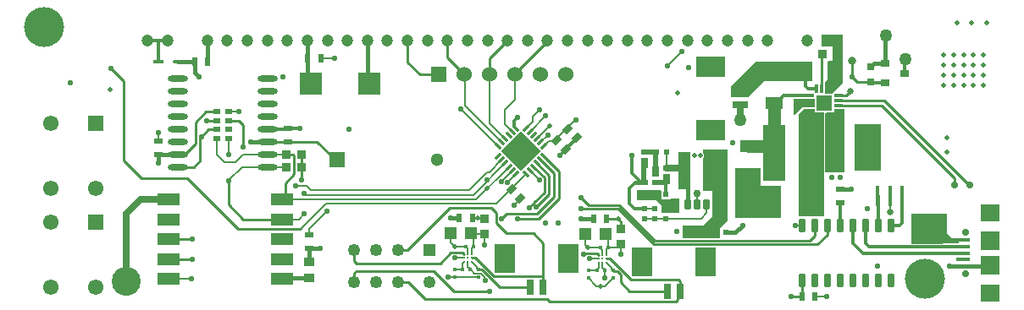
<source format=gbr>
%TF.GenerationSoftware,Altium Limited,Altium Designer,22.2.1 (43)*%
G04 Layer_Physical_Order=4*
G04 Layer_Color=5485115*
%FSLAX26Y26*%
%MOIN*%
%TF.SameCoordinates,49CA406D-FE3E-4379-A0B2-47437619DC98*%
%TF.FilePolarity,Positive*%
%TF.FileFunction,Copper,L4,Bot,Signal*%
%TF.Part,Single*%
G01*
G75*
%TA.AperFunction,SMDPad,CuDef*%
%ADD11R,0.035433X0.023622*%
%ADD17R,0.023622X0.035433*%
%ADD21C,0.031496*%
%ADD23R,0.032000X0.032000*%
%ADD28R,0.017323X0.015748*%
G04:AMPARAMS|DCode=30|XSize=23.622mil|YSize=39.37mil|CornerRadius=2.008mil|HoleSize=0mil|Usage=FLASHONLY|Rotation=0.000|XOffset=0mil|YOffset=0mil|HoleType=Round|Shape=RoundedRectangle|*
%AMROUNDEDRECTD30*
21,1,0.023622,0.035354,0,0,0.0*
21,1,0.019606,0.039370,0,0,0.0*
1,1,0.004016,0.009803,-0.017677*
1,1,0.004016,-0.009803,-0.017677*
1,1,0.004016,-0.009803,0.017677*
1,1,0.004016,0.009803,0.017677*
%
%ADD30ROUNDEDRECTD30*%
%TA.AperFunction,Conductor*%
%ADD38C,0.010000*%
%ADD39C,0.015000*%
%ADD40C,0.008000*%
%ADD41C,0.012000*%
%ADD42C,0.025000*%
%ADD44C,0.020000*%
%TA.AperFunction,ComponentPad*%
%ADD47R,0.047244X0.047244*%
%ADD48C,0.047244*%
%ADD49R,0.064961X0.064961*%
%ADD50C,0.051181*%
%ADD51C,0.114173*%
%ADD52C,0.027559*%
%ADD53R,0.060000X0.060000*%
%ADD54C,0.060000*%
%ADD55C,0.049213*%
%ADD56R,0.049213X0.049213*%
%ADD57C,0.061024*%
%ADD58R,0.061024X0.061024*%
%TA.AperFunction,ViaPad*%
%ADD59C,0.020000*%
%ADD60C,0.157480*%
%ADD61C,0.022000*%
%ADD62C,0.025000*%
%ADD63C,0.050000*%
%ADD64C,0.028000*%
%ADD65C,0.019685*%
%ADD66C,0.030000*%
%TA.AperFunction,SMDPad,CuDef*%
G04:AMPARAMS|DCode=80|XSize=35.433mil|YSize=23.622mil|CornerRadius=0mil|HoleSize=0mil|Usage=FLASHONLY|Rotation=45.000|XOffset=0mil|YOffset=0mil|HoleType=Round|Shape=Rectangle|*
%AMROTATEDRECTD80*
4,1,4,-0.004176,-0.020879,-0.020879,-0.004176,0.004176,0.020879,0.020879,0.004176,-0.004176,-0.020879,0.0*
%
%ADD80ROTATEDRECTD80*%

%ADD81R,0.031496X0.062992*%
%ADD82R,0.082677X0.118110*%
%ADD83R,0.047240X0.051180*%
%ADD84R,0.015748X0.017323*%
%TA.AperFunction,BGAPad,CuDef*%
%ADD85C,0.009000*%
%TA.AperFunction,SMDPad,CuDef*%
%ADD86R,0.032000X0.032000*%
%ADD87R,0.031496X0.019685*%
%ADD88O,0.078740X0.023622*%
%ADD89P,0.155898X4X90.0*%
G04:AMPARAMS|DCode=90|XSize=31.496mil|YSize=11.811mil|CornerRadius=0mil|HoleSize=0mil|Usage=FLASHONLY|Rotation=45.000|XOffset=0mil|YOffset=0mil|HoleType=Round|Shape=Rectangle|*
%AMROTATEDRECTD90*
4,1,4,-0.006960,-0.015311,-0.015311,-0.006960,0.006960,0.015311,0.015311,0.006960,-0.006960,-0.015311,0.0*
%
%ADD90ROTATEDRECTD90*%

G04:AMPARAMS|DCode=91|XSize=31.496mil|YSize=11.811mil|CornerRadius=0mil|HoleSize=0mil|Usage=FLASHONLY|Rotation=135.000|XOffset=0mil|YOffset=0mil|HoleType=Round|Shape=Rectangle|*
%AMROTATEDRECTD91*
4,1,4,0.015311,-0.006960,0.006960,-0.015311,-0.015311,0.006960,-0.006960,0.015311,0.015311,-0.006960,0.0*
%
%ADD91ROTATEDRECTD91*%

%ADD92R,0.039370X0.035433*%
%ADD93R,0.090000X0.090000*%
%ADD94R,0.086614X0.047244*%
%ADD95R,0.118110X0.082677*%
%ADD96R,0.062992X0.031496*%
%ADD97R,0.090551X0.090551*%
%ADD98R,0.033465X0.011811*%
%ADD99R,0.011811X0.033465*%
%ADD100R,0.062992X0.062992*%
%ADD101R,0.070000X0.050000*%
%ADD102R,0.050000X0.070000*%
%ADD103R,0.050000X0.100000*%
%ADD104R,0.086614X0.222441*%
%ADD105R,0.015748X0.078740*%
G04:AMPARAMS|DCode=106|XSize=51.575mil|YSize=24.409mil|CornerRadius=3.051mil|HoleSize=0mil|Usage=FLASHONLY|Rotation=270.000|XOffset=0mil|YOffset=0mil|HoleType=Round|Shape=RoundedRectangle|*
%AMROUNDEDRECTD106*
21,1,0.051575,0.018307,0,0,270.0*
21,1,0.045472,0.024409,0,0,270.0*
1,1,0.006102,-0.009153,-0.022736*
1,1,0.006102,-0.009153,0.022736*
1,1,0.006102,0.009153,0.022736*
1,1,0.006102,0.009153,-0.022736*
%
%ADD106ROUNDEDRECTD106*%
%ADD107R,0.074803X0.074803*%
%TA.AperFunction,ConnectorPad*%
%ADD108R,0.074803X0.070866*%
%ADD109R,0.053150X0.015748*%
%TA.AperFunction,SMDPad,CuDef*%
%ADD110R,0.031496X0.031496*%
%ADD111R,0.035433X0.031496*%
%ADD112R,0.039592X0.015452*%
G04:AMPARAMS|DCode=113|XSize=39.592mil|YSize=15.452mil|CornerRadius=7.726mil|HoleSize=0mil|Usage=FLASHONLY|Rotation=0.000|XOffset=0mil|YOffset=0mil|HoleType=Round|Shape=RoundedRectangle|*
%AMROUNDEDRECTD113*
21,1,0.039592,0.000000,0,0,0.0*
21,1,0.024140,0.015452,0,0,0.0*
1,1,0.015452,0.012070,0.000000*
1,1,0.015452,-0.012070,0.000000*
1,1,0.015452,-0.012070,0.000000*
1,1,0.015452,0.012070,0.000000*
%
%ADD113ROUNDEDRECTD113*%
%ADD114R,0.031496X0.024016*%
%ADD115R,0.031496X0.039764*%
%ADD116R,0.023622X0.023622*%
%ADD117R,0.047244X0.149606*%
%ADD118R,0.023622X0.023622*%
%TA.AperFunction,Conductor*%
%ADD119C,0.006000*%
%ADD120C,0.050000*%
G36*
X3280000Y1073715D02*
X3280000Y880000D01*
X3244705Y844705D01*
X3240190Y843536D01*
Y843536D01*
X3235268Y840000D01*
X3210000Y840000D01*
X3210000Y885000D01*
X3220000Y895000D01*
X3220000Y965000D01*
X3225000Y970000D01*
X3240000Y970000D01*
X3240000Y1073715D01*
X3280000Y1073715D01*
D02*
G37*
G36*
X3160000Y890000D02*
X2970000D01*
X2905000Y825000D01*
X2840000D01*
Y870000D01*
X2935000Y965000D01*
X3160000D01*
Y890000D01*
D02*
G37*
G36*
X3285000Y530000D02*
X3210000D01*
X3210000Y759620D01*
X3214986Y764606D01*
X3240163D01*
X3240380Y764606D01*
X3240382Y764606D01*
X3244315Y764606D01*
X3245000Y765000D01*
X3245000Y765527D01*
X3245000Y765527D01*
X3245000Y769323D01*
X3245000Y780000D01*
X3285000D01*
X3285000Y530000D01*
D02*
G37*
G36*
X3127984Y819725D02*
X3169323D01*
Y784481D01*
X3127984D01*
Y784330D01*
X3125000D01*
X3124492Y784119D01*
X3119119D01*
X3089619Y754619D01*
X3085000Y756533D01*
Y820000D01*
X3127984D01*
Y819725D01*
D02*
G37*
G36*
X3430000Y535000D02*
X3325000D01*
Y720000D01*
X3430000D01*
Y535000D01*
D02*
G37*
G36*
X2561465Y460000D02*
X2565000Y456464D01*
X2565000Y435000D01*
X2566598Y433402D01*
Y423843D01*
X2602220D01*
Y423842D01*
X2603377Y425000D01*
X2635000Y425000D01*
X2635000Y370000D01*
X2568536Y370000D01*
X2565000Y373536D01*
X2565000Y400000D01*
X2545000Y420000D01*
X2470000Y420000D01*
Y460000D01*
X2561465Y460000D01*
D02*
G37*
G36*
X3169323Y764606D02*
X3204756D01*
Y723268D01*
X3205000D01*
X3205000Y355000D01*
X3105000Y355000D01*
X3105000Y760000D01*
X3125000Y780000D01*
D01*
X3169323D01*
Y764606D01*
D02*
G37*
G36*
X2955000Y475000D02*
X3035000D01*
Y350000D01*
X2855000D01*
Y545000D01*
X2955000D01*
Y475000D01*
D02*
G37*
G36*
X2825000Y455000D02*
Y340000D01*
X2795000Y310000D01*
Y270000D01*
X2650000D01*
Y320000D01*
X2730000D01*
X2765000Y355000D01*
Y455000D01*
X2730000D01*
Y585201D01*
X2731869Y587070D01*
X2734000Y592215D01*
Y597785D01*
X2731869Y602930D01*
X2730000Y604799D01*
Y620000D01*
X2825000D01*
Y455000D01*
D02*
G37*
G36*
X3690000Y365000D02*
X3690000Y290000D01*
X3710000Y270000D01*
X3735000Y270000D01*
X3735000Y253536D01*
X3731465Y250000D01*
X3675000Y250000D01*
X3670787Y245786D01*
X3550000Y245786D01*
X3550000Y365000D01*
X3690000Y365000D01*
D02*
G37*
D11*
X585004Y599410D02*
D03*
X585005Y650591D02*
D03*
X1095005Y649409D02*
D03*
Y700591D02*
D03*
X1180005Y229409D02*
D03*
X1180005Y280591D02*
D03*
X3270004Y460591D02*
D03*
X3270005Y409409D02*
D03*
X2494922Y436472D02*
D03*
X2494921Y487653D02*
D03*
D17*
X1174409Y979995D02*
D03*
X1225591D02*
D03*
X780591Y964995D02*
D03*
X729409D02*
D03*
X1822529Y348686D02*
D03*
X1771348Y348685D02*
D03*
X2349380Y345078D02*
D03*
X2298199Y345078D02*
D03*
X3170590Y39995D02*
D03*
X3119410Y39996D02*
D03*
D21*
X3315000Y970000D02*
D03*
D23*
X1871265Y284107D02*
D03*
X1871265Y344107D02*
D03*
X2406470Y245500D02*
D03*
X2406469Y305500D02*
D03*
D28*
X1751457Y114235D02*
D03*
X1751457Y144155D02*
D03*
X1845514Y114481D02*
D03*
X1845514Y144402D02*
D03*
X2375557Y110874D02*
D03*
X2375555Y140795D02*
D03*
X2279429Y110873D02*
D03*
X2279430Y140794D02*
D03*
D30*
X2668307Y402315D02*
D03*
X2705709Y402315D02*
D03*
X2743111Y402315D02*
D03*
X2743110Y294047D02*
D03*
X2668307Y294047D02*
D03*
D38*
X755000Y670000D02*
X782283Y697283D01*
X750000Y665000D02*
X755000Y670000D01*
X777716Y732716D02*
X816376Y732716D01*
X1365000Y140000D02*
X1670000D01*
X1750000Y60000D02*
X1890000D01*
X1670000Y140000D02*
X1750000Y60000D01*
X1845325Y145000D02*
X1860000D01*
X1844726Y144401D02*
X1845325Y145000D01*
X1905000Y120000D02*
X2094142D01*
X1833795Y191205D02*
X1905000Y120000D01*
X1860000Y145000D02*
X1929803Y75197D01*
X2050393D01*
X1820111Y191205D02*
X1833795D01*
X2260000Y205000D02*
X2263247D01*
X2314569Y207598D02*
X2318821Y203347D01*
X2265845Y207598D02*
X2314569D01*
X2263247Y205000D02*
X2265845Y207598D01*
X1736205Y211205D02*
X1784364D01*
X1788616Y206953D01*
X1695000Y170000D02*
X1736205Y211205D01*
X1866686Y348686D02*
X1871265Y344107D01*
X1822529Y348686D02*
X1866686D01*
X2406469Y305500D02*
Y333531D01*
X2394922Y345078D02*
X2406469Y333531D01*
X2349380Y345078D02*
X2394922D01*
X3180000Y245000D02*
X3218338Y283338D01*
X2395000Y385000D02*
X2535000Y245000D01*
X3149000Y259000D02*
X3170000Y280000D01*
X2535000Y245000D02*
X3180000D01*
X2540799Y259000D02*
X3149000D01*
X2399799Y400000D02*
X2540799Y259000D01*
X3218338Y283338D02*
Y316606D01*
X3219999Y318267D01*
X1150000Y550000D02*
Y600000D01*
Y550000D02*
X1150000Y500000D01*
X3315000Y905000D02*
Y970000D01*
X3075004Y39996D02*
X3119410D01*
X3119705Y40291D02*
Y101436D01*
X3119410Y39996D02*
X3119705Y40291D01*
Y101436D02*
X3120000Y101732D01*
X3291630Y831630D02*
X3310000Y850000D01*
X3262922Y831630D02*
X3291630D01*
X2094142Y120000D02*
X2099606Y114536D01*
Y250394D01*
Y75197D02*
Y114536D01*
X2062500Y287500D02*
X2099606Y250394D01*
X1957500Y287500D02*
X2062500D01*
X1915000Y330000D02*
X1957500Y287500D01*
X1915000Y330000D02*
Y370000D01*
X1895000Y390000D02*
X1915000Y370000D01*
X1734016Y390000D02*
X1895000D01*
X1567008Y222992D02*
X1734016Y390000D01*
X1528622Y222992D02*
X1567008D01*
X2628858Y49448D02*
X2639606Y60197D01*
X2628858Y23858D02*
Y49448D01*
X2624701Y19701D02*
X2628858Y23858D01*
X2127585Y19701D02*
X2624701D01*
X1635000Y30000D02*
X2117285D01*
X2127585Y19701D01*
X1568228Y96772D02*
X1635000Y30000D01*
X1528622Y97008D02*
X1528858Y96772D01*
X1568228D01*
X1355394Y97008D02*
X1355756Y97370D01*
Y130756D01*
X1365000Y140000D01*
Y170000D02*
X1695000D01*
X1355393Y179607D02*
X1365000Y170000D01*
X1355393Y179607D02*
Y222992D01*
X625590Y186259D02*
X718741D01*
X625591Y265000D02*
X720000D01*
X625591Y265001D02*
X625591Y265000D01*
X2350316Y187599D02*
X2362401D01*
X2445000Y105000D01*
X2585000D01*
X2585394Y105394D01*
X2633749D02*
X2639606Y99536D01*
X2585394Y105394D02*
X2633749D01*
X2639606Y60197D02*
Y99536D01*
X2374769Y140795D02*
X2377643Y137921D01*
X2392079D01*
X2405000Y125000D01*
Y95000D02*
Y125000D01*
Y95000D02*
X2439803Y60197D01*
X2590394D01*
X3315000Y905000D02*
X3334958Y885042D01*
X3390000D01*
X2250000Y430000D02*
X2280000Y400000D01*
X2045000Y390445D02*
X2065635Y411080D01*
X2073920Y391080D02*
X2124685Y441846D01*
X2066080Y411080D02*
X2105000Y450000D01*
X2065635Y411080D02*
X2066080D01*
X2250000Y385000D02*
X2395000D01*
X2280000Y400000D02*
X2399799D01*
X3170000Y280000D02*
Y318268D01*
X450000Y575000D02*
X520000Y505000D01*
X450000Y575000D02*
Y890000D01*
X400000Y940000D02*
X450000Y890000D01*
X520000Y505000D02*
X700000D01*
X900000Y305000D01*
X1145000D01*
X921260Y343740D02*
X1074409D01*
X863358Y401642D02*
X921260Y343740D01*
X863358Y401642D02*
Y496642D01*
X1085000Y486693D02*
X1120000Y521693D01*
X1085000Y433072D02*
Y486693D01*
X1074409Y422481D02*
X1085000Y433072D01*
X1566456Y963544D02*
Y1050000D01*
Y963544D02*
X1615000Y915000D01*
X1690000D01*
X1990000Y918681D02*
X2117637Y1046319D01*
Y1050000D01*
X1990000Y915000D02*
Y918681D01*
X1890000Y914999D02*
Y979843D01*
X1960157Y1050000D01*
X1723936Y981065D02*
X1790000Y915000D01*
X1723936Y981065D02*
Y1049999D01*
X920000Y715433D02*
X920000Y630000D01*
X2093920Y382796D02*
Y383242D01*
X2081758Y371080D02*
X2082204D01*
X2093920Y382796D01*
X2083517Y345000D02*
X2164055Y425538D01*
X2093920Y383242D02*
X2144370Y433692D01*
X2076758Y366081D02*
X2081758Y371080D01*
X1935000Y345000D02*
X1956081Y366081D01*
X2076758D01*
X2000000Y345000D02*
X2083517D01*
X2124685Y441846D02*
Y515950D01*
X2164055Y425538D02*
Y532258D01*
X2104262Y592050D02*
X2164055Y532258D01*
X2144370Y433692D02*
Y524104D01*
X2090343Y578131D02*
X2144370Y524104D01*
X2076424Y564212D02*
X2124685Y515950D01*
X2105000Y450000D02*
Y507796D01*
X2062504Y550292D02*
X2105000Y507796D01*
X1017165Y650001D02*
X1017462Y649705D01*
X662835Y600000D02*
X690394D01*
X662835D02*
X662835D01*
X731500Y726500D02*
X773149Y768149D01*
X816379D01*
X690394Y600000D02*
X731500Y641106D01*
Y726500D01*
X1120000Y521693D02*
Y595000D01*
X1115000Y600000D02*
X1120000Y595000D01*
X1090000Y600000D02*
X1115000D01*
X1210591Y649409D02*
X1265000Y595000D01*
X1095005Y649409D02*
X1210591D01*
X1017462Y649705D02*
X1094709Y649705D01*
X1095005Y649409D01*
X725000Y550000D02*
X750000Y575000D01*
X662835Y550000D02*
X725000Y550000D01*
X750000Y665000D02*
X750000Y575000D01*
X902717Y732716D02*
X920000Y715433D01*
X863622Y732716D02*
X902717Y732716D01*
X782283Y697283D02*
X816378Y697283D01*
X3775000Y480000D02*
X3780000D01*
X3720000D02*
Y505000D01*
X3432740Y792260D02*
X3720000Y505000D01*
X3262922Y792260D02*
X3432740D01*
X3262922Y811945D02*
X3443055D01*
X3775000Y480000D01*
X3197882Y994357D02*
X3197883Y859111D01*
X3196977Y858205D02*
X3197883Y859111D01*
D39*
X1736314Y348685D02*
X1771348D01*
X2298160Y345039D02*
X2298199Y345078D01*
X2250039Y345039D02*
X2298160D01*
X2250000Y345000D02*
X2250039Y345039D01*
X2855827Y290827D02*
X2885000Y320000D01*
X2819000Y290827D02*
X2855827D01*
X3270004Y460591D02*
X3314409D01*
X3856064Y158819D02*
X3860001Y162756D01*
X3754685Y158819D02*
X3856064D01*
X1172756Y912247D02*
Y1050000D01*
X3447815Y959587D02*
Y1067815D01*
X3450000Y1070000D01*
X3445630Y957402D02*
X3447815Y959587D01*
X3390000Y945042D02*
X3402360Y957402D01*
X3445630D01*
X3701181Y158819D02*
X3754685D01*
X779822Y965764D02*
Y1049231D01*
X729409Y920591D02*
X745000Y905000D01*
X729409Y920591D02*
Y964995D01*
X664384Y964998D02*
X729407D01*
X664381Y965000D02*
X664384Y964998D01*
X729407D02*
X729409Y964995D01*
X1017165Y650001D02*
X1017166Y650001D01*
X1017165Y650000D02*
X1017165Y650001D01*
X950000Y650000D02*
X950000Y650000D01*
X1017165D01*
X585300Y599705D02*
X662540Y599705D01*
X585004Y599410D02*
X585005Y565005D01*
X585004Y599410D02*
X585300Y599705D01*
X662540Y599705D02*
X662835Y600000D01*
X1180005Y229409D02*
X1224409D01*
X1180003Y176499D02*
Y229407D01*
X1180000Y176496D02*
X1180003Y176499D01*
Y229407D02*
X1180005Y229409D01*
X1080394Y113504D02*
X1180000D01*
X1074409Y107519D02*
X1080394Y113504D01*
X1172756Y912247D02*
X1180001Y905002D01*
X1408976Y906025D02*
X1410000Y905000D01*
X1408976Y906025D02*
Y1050000D01*
X2463964Y488964D02*
X2493611Y488964D01*
X2494921Y487654D02*
X2497182Y489914D01*
Y562736D02*
X2499443Y564996D01*
X2541748Y581747D02*
X2542146Y582146D01*
X2546238Y608128D02*
X2546457Y608346D01*
X2542146Y604035D02*
X2546238Y608128D01*
X2499443Y607910D02*
X2499661Y608128D01*
X2654881Y536258D02*
X2668308Y522832D01*
X2668308Y402315D01*
X2645510Y545630D02*
X2654881Y536258D01*
D40*
X2374769Y110874D02*
X2375557D01*
X2343896Y80000D02*
X2374769Y110874D01*
X2311090Y80000D02*
X2343896D01*
X2279429Y110873D02*
X2280217D01*
X2311090Y80000D01*
X1125000Y475000D02*
X1170000D01*
X1185000Y460000D01*
X1810000D01*
X1879912Y529912D01*
X1889010D01*
X1937229Y578131D01*
X1725765Y114235D02*
X1751457D01*
X1845391Y114358D02*
X1845514Y114481D01*
X1751457Y114235D02*
X1751580Y114358D01*
X1845391D01*
X1813675Y146945D02*
X1815000Y145619D01*
X1871265Y241265D02*
Y284107D01*
X2355572Y233338D02*
Y275608D01*
X2346621Y284560D02*
X2355572Y275608D01*
X2405000Y205000D02*
Y244029D01*
X2406470Y245500D01*
X2341992Y113008D02*
Y143759D01*
X2228026Y735000D02*
X2230000D01*
X2153944Y660918D02*
X2228026Y735000D01*
X2282401Y187598D02*
X2318821Y187599D01*
X1752394Y191205D02*
X1788616Y191205D01*
X2590000Y950000D02*
X2645000Y1005000D01*
X2048585Y536373D02*
X2048585D01*
X2084979Y499979D01*
X1180005Y305005D02*
X1250000Y375000D01*
X1180005Y280591D02*
Y305005D01*
X1917212Y405000D02*
X2034665Y522453D01*
X1074409Y343740D02*
X1138740D01*
X1160000Y365000D01*
X1145000Y305000D02*
X1245000Y405000D01*
X625591Y107519D02*
X717519D01*
X1225591Y979995D02*
X1279995D01*
X1826937Y440000D02*
X1951149Y564212D01*
X1165000Y440000D02*
X1826937D01*
X1992907Y521989D02*
Y522453D01*
X1960834Y489451D02*
Y489916D01*
X1935000Y492385D02*
X1978987Y536373D01*
X1960834Y489916D02*
X1992907Y521989D01*
X1074409Y422481D02*
X1837257D01*
X1965068Y550292D01*
X779054Y1049999D02*
X779822Y1049231D01*
Y965764D02*
X780591Y964995D01*
X1827014Y236945D02*
X1827014Y277568D01*
X1804363Y157043D02*
X1804363Y175457D01*
X1827014Y236945D02*
X1827014Y236158D01*
X1797093Y236157D02*
X1804364Y228886D01*
X1782359Y145550D02*
X1783754Y146946D01*
X1840852Y148276D02*
X1844726Y144401D01*
X1813675Y147733D02*
X1813675Y146946D01*
X1783754Y170324D02*
X1788616Y175186D01*
X1788616Y175457D01*
X1783754Y146946D02*
X1783754Y170324D01*
X1804363Y157043D02*
X1813675Y147733D01*
X1804363Y206953D02*
X1804364Y228886D01*
X1797093Y236157D02*
X1797093Y236944D01*
X1840852Y148276D02*
X1840853Y154716D01*
X1820476Y284107D02*
X1827014Y277568D01*
X1820476Y284107D02*
X1871265Y284107D01*
X1816415Y288167D02*
X1820476Y284107D01*
X1820112Y175458D02*
X1840853Y154716D01*
X1736415Y251987D02*
Y288167D01*
Y251987D02*
X1751457Y236944D01*
X1797093Y236944D01*
X1751456Y144155D02*
X1752851Y145551D01*
X1782359Y145550D01*
X1820111Y229256D02*
X1820112Y206953D01*
X1820111Y229256D02*
X1827014Y236158D01*
X2266620Y284560D02*
X2266620Y243380D01*
X2276661Y233339D01*
X2325651D01*
X2355572Y233338D02*
X2394308Y233338D01*
X2406470Y245500D01*
X2350316Y227295D02*
X2355573Y232552D01*
X2350316Y227295D02*
X2350317Y203347D01*
X2355572Y233338D02*
X2355573Y232552D01*
X2325652Y232551D02*
X2334569Y223635D01*
X2334569Y203347D01*
X2325651Y233339D02*
X2325652Y232551D01*
X2370894Y151273D02*
X2370895Y144669D01*
X2350317Y171850D02*
X2370894Y151273D01*
X2370895Y144669D02*
X2374769Y140795D01*
X2310587Y142277D02*
X2312070Y143760D01*
X2280913Y142276D02*
X2310587Y142277D01*
X2279430Y140793D02*
X2280913Y142276D01*
X2312070Y143760D02*
Y144548D01*
X2318821Y171850D02*
X2318821Y151297D01*
X2312070Y144548D02*
X2318821Y151297D01*
X2334568Y151971D02*
X2341992Y144547D01*
X2341992Y143759D01*
X2334568Y151971D02*
X2334569Y171851D01*
X1777119Y780000D02*
X1923310Y633809D01*
X1775000Y780000D02*
X1777119D01*
X1790000Y915000D02*
X1794000Y911000D01*
Y790957D02*
X1937229Y647728D01*
X1794000Y790957D02*
Y911000D01*
X1985000Y400023D02*
X2011020Y426043D01*
X1245000Y405000D02*
X1917212D01*
X2034665Y522453D02*
X2034665D01*
X1160000Y445000D02*
X1165000Y440000D01*
X2048584Y689486D02*
X2110000Y750902D01*
X1890000Y722796D02*
Y914999D01*
Y722796D02*
X1951149Y661648D01*
X1990000Y815000D02*
Y915000D01*
X1950000Y775000D02*
X1990000Y815000D01*
X1950000Y718474D02*
Y775000D01*
Y718474D02*
X1978987Y689486D01*
X2034665Y703406D02*
X2060000Y728741D01*
Y750000D01*
X2085000Y775000D01*
X863621Y768149D02*
X901851D01*
X890000Y570000D02*
X920000Y600000D01*
X1017165Y600000D01*
X3091732Y318268D02*
X3120000D01*
X585000Y650595D02*
Y685000D01*
Y650595D02*
X585005Y650591D01*
X863358Y498359D02*
X915000Y550000D01*
X863358Y496642D02*
Y498359D01*
X845000Y570000D02*
X890000D01*
X816378Y598622D02*
X845000Y570000D01*
X863622Y661850D02*
X863622Y598622D01*
X816378Y598622D02*
Y661850D01*
X2076535Y661648D02*
X2126812Y711924D01*
X2126924Y711924D01*
X2076423Y661648D02*
X2076535Y661648D01*
X2146211Y653430D02*
X2146211Y653847D01*
X2104262Y633809D02*
X2123883Y653430D01*
X2090343Y647728D02*
X2119183Y676568D01*
X2123883Y653430D02*
X2146211Y653430D01*
X1090000Y600000D02*
X1090000Y600000D01*
X915000Y550000D02*
X1017166Y550000D01*
X1017165Y600000D02*
X1090000Y600000D01*
X1017166Y550000D02*
X1090000Y550000D01*
X1090001Y550000D01*
X3170590Y39995D02*
X3214995D01*
X3465000Y373055D02*
Y435001D01*
X542834Y1050001D02*
X542834Y1050000D01*
X621573D02*
X621574Y1050000D01*
X2585812Y545630D02*
X2585827Y545645D01*
X2585826Y608347D02*
X2585827Y545645D01*
X2585811Y502716D02*
X2585811Y501118D01*
X2584409Y499717D02*
X2585811Y501118D01*
X2574062Y489370D02*
X2584409Y499717D01*
X2499111Y346889D02*
X2721890Y346889D01*
X2743111Y368111D01*
X2743111Y402316D01*
X2705709Y444291D02*
X2705709Y402315D01*
X2540452Y386240D02*
X2540471Y386221D01*
X2499130Y386240D02*
X2540452Y386240D01*
X2499111Y386260D02*
X2499130Y386240D01*
D41*
X1095005Y700591D02*
X1144409D01*
X1094710Y700295D02*
X1095005Y700591D01*
X1017165Y700000D02*
X1017460Y700295D01*
X1094710D01*
X1986081Y731081D02*
X2000000Y745000D01*
X1986081Y710232D02*
X1992907Y703406D01*
X1986081Y710232D02*
Y731081D01*
X2165000Y595880D02*
X2189557Y620437D01*
Y620437D01*
X2233092Y663972D01*
Y663972D01*
X2487705Y488964D02*
X2493611D01*
X2450000Y526669D02*
X2487705Y488964D01*
X2450000Y526669D02*
Y595000D01*
X585000Y965000D02*
Y1047204D01*
X3047709Y831630D02*
X3150717D01*
X3018579Y802500D02*
X3047709Y831630D01*
X3008579Y802500D02*
X3011229Y802500D01*
X3018579D01*
X3132500Y926421D02*
X3132500Y867500D01*
X3141795Y858205D02*
X3177292Y858205D01*
X3132500Y867500D02*
X3141795Y858205D01*
X3503268Y318267D02*
X3512244Y327244D01*
X3512244Y435000D02*
X3512244Y327244D01*
X3418878Y433878D02*
X3418878Y319390D01*
X3470001Y318267D02*
X3503268D01*
X3417755Y435000D02*
X3418878Y433878D01*
X3270000Y318267D02*
X3270003Y318270D01*
X3320000Y250000D02*
X3360000Y210000D01*
X3320000Y250000D02*
X3320000Y318268D01*
X3270003Y409407D02*
X3270005Y409409D01*
X3270003Y409407D02*
X3270003Y318270D01*
X3418878Y319390D02*
X3420000Y318268D01*
X3370000Y250000D02*
X3370000Y318267D01*
X3370000Y250000D02*
X3384409Y235590D01*
X3754685Y235590D01*
X3360000Y210000D02*
X3745000Y210000D01*
X3524370Y920000D02*
X3524685Y920315D01*
Y974685D02*
X3525000Y975000D01*
X3524685Y920315D02*
Y974685D01*
X3444408Y883820D02*
X3445630Y882598D01*
X3390000Y885042D02*
X3391222Y883820D01*
X3444408D01*
X542834Y1050000D02*
X621573D01*
X2458740Y386260D02*
X2499111Y386260D01*
X2440000Y464999D02*
X2440000Y405000D01*
X2458740Y386260D01*
X2440000Y464999D02*
X2463964Y488964D01*
X2494921Y487654D02*
X2494921Y487654D01*
X2493611Y488964D02*
X2494921Y487654D01*
X1013964Y1048689D02*
X1015275Y1050000D01*
X2584409Y441654D02*
Y499717D01*
D42*
X460000Y100000D02*
Y365000D01*
X517481Y422481D01*
X625591D01*
X2874803Y735197D02*
Y795393D01*
X2585812Y545630D02*
X2645510Y545630D01*
D44*
X2544646Y585063D02*
Y606535D01*
X2541747Y582164D02*
X2544646Y585063D01*
Y606535D02*
X2546457Y608346D01*
X2541747Y532283D02*
Y582164D01*
X2497182Y489914D02*
Y562736D01*
X2541748Y489370D02*
X2574062D01*
X2499661Y608128D02*
X2546238Y608128D01*
D47*
X3220000Y1050000D02*
D03*
D48*
X3141260Y1050000D02*
D03*
X2983779Y1050000D02*
D03*
X2905040D02*
D03*
X2826299Y1050000D02*
D03*
X2747559Y1050000D02*
D03*
X2668819Y1050000D02*
D03*
X2590078Y1050001D02*
D03*
X2511338Y1050000D02*
D03*
X2432599Y1050000D02*
D03*
X2353858Y1050000D02*
D03*
X2275118Y1050000D02*
D03*
X2196377D02*
D03*
X2117637D02*
D03*
X2038898Y1050001D02*
D03*
X1960157Y1050000D02*
D03*
X1881417Y1050001D02*
D03*
X1802677Y1050000D02*
D03*
X1723936Y1049999D02*
D03*
X1645196D02*
D03*
X1566456Y1050000D02*
D03*
X1487716Y1050000D02*
D03*
X1408976Y1050000D02*
D03*
X1330235Y1050000D02*
D03*
X1251495Y1050000D02*
D03*
X1172756Y1050000D02*
D03*
X1094015Y1050001D02*
D03*
X1015275Y1050000D02*
D03*
X936534D02*
D03*
X857795Y1050000D02*
D03*
X779054Y1049999D02*
D03*
X621574Y1050000D02*
D03*
X542834Y1050001D02*
D03*
D49*
X1288150Y580000D02*
D03*
D50*
X1681851Y579999D02*
D03*
D51*
X460000Y100000D02*
D03*
D52*
X3763544Y291693D02*
D03*
X3763543Y128307D02*
D03*
D53*
X1690000Y915000D02*
D03*
D54*
X1790000D02*
D03*
X1890000Y914999D02*
D03*
X1990000Y915000D02*
D03*
X2090000Y915000D02*
D03*
X2190000Y915000D02*
D03*
D55*
X1355394Y97008D02*
D03*
X1442008Y97008D02*
D03*
X1528622Y97008D02*
D03*
X1355393Y222992D02*
D03*
X1442008D02*
D03*
X1528622Y222992D02*
D03*
X1654606Y97008D02*
D03*
D56*
X1654607Y222992D02*
D03*
D57*
X161417Y467047D02*
D03*
Y722953D02*
D03*
X338583Y467047D02*
D03*
X161417Y77047D02*
D03*
Y332953D02*
D03*
X338583Y77047D02*
D03*
D58*
Y722953D02*
D03*
Y332953D02*
D03*
D59*
X3210000Y800000D02*
D03*
X3120000D02*
D03*
X2327493Y80000D02*
D03*
X2013786Y612929D02*
D03*
X394882Y854882D02*
D03*
X1751457Y236944D02*
D03*
X2276661Y233339D02*
D03*
X2720000Y595000D02*
D03*
X2695000D02*
D03*
X3690000Y610000D02*
D03*
Y665000D02*
D03*
X3415000Y570000D02*
D03*
X3385000D02*
D03*
X3350000D02*
D03*
X3270000D02*
D03*
X3230000D02*
D03*
X1844608Y348686D02*
D03*
X2394922Y345078D02*
D03*
X3845000Y1120000D02*
D03*
X3785000D02*
D03*
X3730000D02*
D03*
X2628330Y843268D02*
D03*
X2805000Y585000D02*
D03*
X1880000Y465000D02*
D03*
X2126924Y711924D02*
D03*
X2805000Y495000D02*
D03*
Y535000D02*
D03*
X2885000Y390000D02*
D03*
Y440000D02*
D03*
X3260000Y1035000D02*
D03*
X3260000Y970000D02*
D03*
X3645000Y315000D02*
D03*
X3580000Y315000D02*
D03*
X3645000Y275000D02*
D03*
X3580000D02*
D03*
X2615000Y390000D02*
D03*
X2520000Y440000D02*
D03*
X2580000Y410000D02*
D03*
D60*
X137795Y1102362D02*
D03*
X3602362Y110236D02*
D03*
D61*
X1144409Y700591D02*
D03*
X755000Y670000D02*
D03*
X777716Y732716D02*
D03*
X1125000Y475000D02*
D03*
X2000000Y745000D02*
D03*
X2165000Y595880D02*
D03*
X3375001Y385001D02*
D03*
X1736314Y348685D02*
D03*
X1725765Y114235D02*
D03*
X1873358Y103358D02*
D03*
X1871265Y241265D02*
D03*
X2405000Y205000D02*
D03*
X2341992Y113008D02*
D03*
X2250000Y345000D02*
D03*
X2885000Y320000D02*
D03*
X2230000Y735000D02*
D03*
X2845000Y645000D02*
D03*
X3270000Y510000D02*
D03*
X3236246Y508754D02*
D03*
X3314409Y460591D02*
D03*
X2160457Y329543D02*
D03*
X2111245Y328755D02*
D03*
X2282401Y187598D02*
D03*
X2260000Y205000D02*
D03*
X1890000Y60000D02*
D03*
X1752394Y191205D02*
D03*
X2625000Y295000D02*
D03*
X3415000Y160000D02*
D03*
X2645000Y1005000D02*
D03*
X2590000Y950000D02*
D03*
X2084756Y499756D02*
D03*
X2671753Y943247D02*
D03*
X3701181Y158819D02*
D03*
X3075004Y39996D02*
D03*
X1250000Y375000D02*
D03*
X1160000Y365000D02*
D03*
X717519Y107519D02*
D03*
X718741Y186259D02*
D03*
X720000Y265000D02*
D03*
X2450000Y595000D02*
D03*
X1075591Y904409D02*
D03*
X1279995Y979995D02*
D03*
X3315000Y905000D02*
D03*
X1880000Y500000D02*
D03*
X1935000Y492385D02*
D03*
X1960834Y489451D02*
D03*
X2250000Y430000D02*
D03*
X2045000Y390445D02*
D03*
X2073920Y391080D02*
D03*
X2933247Y943247D02*
D03*
X745000Y905000D02*
D03*
X1775000Y780000D02*
D03*
X400000Y940000D02*
D03*
X1985000Y400023D02*
D03*
X1160000Y445000D02*
D03*
X2110000Y750902D02*
D03*
X2085000Y775000D02*
D03*
X901851Y768149D02*
D03*
X238504Y883504D02*
D03*
X920000Y630000D02*
D03*
X3091732Y318268D02*
D03*
X2250000Y385000D02*
D03*
X1935000Y345000D02*
D03*
X2000000D02*
D03*
X950000Y650000D02*
D03*
X585000Y685000D02*
D03*
X863622Y598622D02*
D03*
X1335000Y700000D02*
D03*
X1224409Y229409D02*
D03*
X585005Y565005D02*
D03*
X1150000Y500000D02*
D03*
X863358Y496642D02*
D03*
X3214995Y39995D02*
D03*
X2119183Y676568D02*
D03*
D62*
X3310000Y850000D02*
D03*
X3465000Y373055D02*
D03*
D63*
X2874803Y735197D02*
D03*
X3450000Y1070000D02*
D03*
X3525000Y975000D02*
D03*
D64*
X3780000Y480000D02*
D03*
X3720000D02*
D03*
D65*
X3755000Y873485D02*
D03*
X3794370Y873485D02*
D03*
X3833740Y873484D02*
D03*
X3676260Y873485D02*
D03*
X3715629Y873484D02*
D03*
X3755000Y991594D02*
D03*
X3833740Y991594D02*
D03*
X3715630Y991593D02*
D03*
X3676259Y991595D02*
D03*
X3794370Y991595D02*
D03*
X3715631Y912855D02*
D03*
X3676259Y912854D02*
D03*
X3833740Y912854D02*
D03*
X3794370D02*
D03*
X3755001Y912854D02*
D03*
X3794370Y952225D02*
D03*
X3676260Y952225D02*
D03*
X3715630Y952224D02*
D03*
X3833740Y952225D02*
D03*
X3755001Y952224D02*
D03*
D66*
X2705709Y444291D02*
D03*
D80*
X2196901Y700163D02*
D03*
X2233092Y663972D02*
D03*
X1974830Y462234D02*
D03*
X2011020Y426043D02*
D03*
X2153365Y656627D02*
D03*
X2189557Y620437D02*
D03*
D81*
X2590394Y60197D02*
D03*
X2639606Y60197D02*
D03*
X2050393Y75197D02*
D03*
X2099606Y75197D02*
D03*
D82*
X2490000Y174370D02*
D03*
X2740000Y174370D02*
D03*
X1949999Y189370D02*
D03*
X2200000Y189370D02*
D03*
D83*
X1736415Y288167D02*
D03*
X1816415Y288166D02*
D03*
X2266620Y284560D02*
D03*
X2346621Y284560D02*
D03*
D84*
X1783754Y146946D02*
D03*
X1813675Y146945D02*
D03*
X1797093Y236944D02*
D03*
X1827014Y236945D02*
D03*
X2325650Y233339D02*
D03*
X2355572Y233338D02*
D03*
X2312071Y143760D02*
D03*
X2341992Y143759D02*
D03*
D85*
X1820111Y206953D02*
D03*
X1804364Y206953D02*
D03*
X1788616Y206953D02*
D03*
X1820111Y191205D02*
D03*
X1804364Y191205D02*
D03*
X1788616Y191205D02*
D03*
X1820112Y175456D02*
D03*
X1804363Y175458D02*
D03*
X1788615Y175457D02*
D03*
X2350317Y203347D02*
D03*
X2334569Y203346D02*
D03*
X2318821Y203347D02*
D03*
X2350316Y187599D02*
D03*
X2334569Y187598D02*
D03*
X2318821D02*
D03*
X2350317Y171850D02*
D03*
X2334569Y171851D02*
D03*
X2318821D02*
D03*
D86*
X1090001Y550000D02*
D03*
X1150001D02*
D03*
X1090000Y600000D02*
D03*
X1150000D02*
D03*
X3260500Y994357D02*
D03*
X3200500Y994357D02*
D03*
D87*
X863622Y661850D02*
D03*
X863621Y697283D02*
D03*
X863622Y732716D02*
D03*
X863621Y768149D02*
D03*
X816379Y768149D02*
D03*
X816376Y732716D02*
D03*
X816378Y697283D02*
D03*
X816378Y661850D02*
D03*
D88*
X1017165Y900000D02*
D03*
X1017166Y849999D02*
D03*
X1017165Y800001D02*
D03*
X1017166Y750000D02*
D03*
X1017165Y700000D02*
D03*
X1017166Y650001D02*
D03*
X1017166Y600000D02*
D03*
Y550000D02*
D03*
X662835Y900000D02*
D03*
X662835Y850000D02*
D03*
X662834Y800000D02*
D03*
X662835Y750000D02*
D03*
X662834Y700001D02*
D03*
X662835Y650000D02*
D03*
X662835Y600000D02*
D03*
Y550000D02*
D03*
D89*
X2013786Y612929D02*
D03*
D90*
X2104262Y633809D02*
D03*
X2090343Y647728D02*
D03*
X2076423Y661648D02*
D03*
X2062504Y675567D02*
D03*
X2048584Y689486D02*
D03*
X2034665Y703406D02*
D03*
X1923310Y592050D02*
D03*
X1937229Y578131D02*
D03*
X1951149Y564212D02*
D03*
X1965068Y550292D02*
D03*
X1978987Y536373D02*
D03*
X1992907Y522453D02*
D03*
D91*
X1992907Y703406D02*
D03*
X1978987Y689486D02*
D03*
X1965068Y675567D02*
D03*
X1951149Y661648D02*
D03*
X1937229Y647728D02*
D03*
X1923310Y633809D02*
D03*
X2034665Y522453D02*
D03*
X2048585Y536373D02*
D03*
X2062504Y550292D02*
D03*
X2076424Y564212D02*
D03*
X2090343Y578131D02*
D03*
X2104262Y592050D02*
D03*
D92*
X1180000Y176496D02*
D03*
X1180000Y113504D02*
D03*
D93*
X1185001Y880002D02*
D03*
X1415000Y880000D02*
D03*
D94*
X1074409Y422481D02*
D03*
X1074409Y343740D02*
D03*
X1074410Y265000D02*
D03*
X1074409Y186260D02*
D03*
X1074409Y107519D02*
D03*
X625591Y107519D02*
D03*
X625590Y186259D02*
D03*
X625591Y265001D02*
D03*
X625591Y343740D02*
D03*
X625591Y422481D02*
D03*
D95*
X2760630Y945000D02*
D03*
X2760630Y695000D02*
D03*
D96*
X2874803Y844606D02*
D03*
X2874803Y795393D02*
D03*
D97*
X3153229Y414961D02*
D03*
X2976063Y414961D02*
D03*
D98*
X3150717Y772575D02*
D03*
X3150717Y792260D02*
D03*
X3150717Y811945D02*
D03*
Y831630D02*
D03*
X3262922Y831630D02*
D03*
X3262922Y811945D02*
D03*
X3262922Y792260D02*
D03*
X3262922Y772575D02*
D03*
D99*
X3196977Y746000D02*
D03*
X3236347Y746000D02*
D03*
X3216662Y746000D02*
D03*
X3177292Y746000D02*
D03*
X3196977Y858205D02*
D03*
X3216662Y858206D02*
D03*
X3236347Y858205D02*
D03*
X3177292Y858205D02*
D03*
D100*
X3206819Y802102D02*
D03*
D101*
X2908579Y512501D02*
D03*
X2908579Y632500D02*
D03*
X3008579Y802500D02*
D03*
X3008579Y922500D02*
D03*
D102*
X3252500Y926421D02*
D03*
X3132500Y926421D02*
D03*
D103*
X3242500Y658579D02*
D03*
X3362500Y658579D02*
D03*
D104*
X3154772Y604221D02*
D03*
X3011229D02*
D03*
D105*
X3417756Y435000D02*
D03*
X3465000Y435000D02*
D03*
X3512245D02*
D03*
D106*
X3120000Y101732D02*
D03*
X3170000Y101732D02*
D03*
X3470000Y318267D02*
D03*
X3419999Y101732D02*
D03*
X3420000Y318268D02*
D03*
X3320001Y318269D02*
D03*
X3470000Y101732D02*
D03*
X3370000Y318267D02*
D03*
X3370000Y101732D02*
D03*
X3319999Y101733D02*
D03*
X3220000Y101733D02*
D03*
X3270000Y318267D02*
D03*
X3219999Y318267D02*
D03*
X3120000Y318268D02*
D03*
X3270000Y101732D02*
D03*
X3170000Y318268D02*
D03*
D107*
X3860000Y257245D02*
D03*
X3860001Y162756D02*
D03*
D108*
X3860000Y367480D02*
D03*
X3860000Y52519D02*
D03*
D109*
X3754685Y261182D02*
D03*
X3754685Y158819D02*
D03*
X3754685Y235591D02*
D03*
X3754685Y210000D02*
D03*
X3754685Y184410D02*
D03*
D110*
X3390000Y945042D02*
D03*
Y885042D02*
D03*
D111*
X3524370Y920000D02*
D03*
X3445630Y957402D02*
D03*
Y882598D02*
D03*
D112*
X585619Y965000D02*
D03*
D113*
X664381Y965000D02*
D03*
D114*
X2499444Y607910D02*
D03*
X2541748Y489370D02*
D03*
X2585812Y545629D02*
D03*
D115*
X2499443Y564997D02*
D03*
X2541747Y532283D02*
D03*
X2585810Y502716D02*
D03*
D116*
X2545038Y441653D02*
D03*
X2584409Y441654D02*
D03*
X2819000Y290827D02*
D03*
X2779630Y290827D02*
D03*
X2585827Y608346D02*
D03*
X2546457Y608346D02*
D03*
D117*
X2765118Y536258D02*
D03*
X2654883Y536258D02*
D03*
D118*
X2582164Y386221D02*
D03*
X2582165Y346851D02*
D03*
X2499111Y346889D02*
D03*
X2499111Y386260D02*
D03*
X2540472Y346851D02*
D03*
X2540471Y386221D02*
D03*
D119*
X1856902Y129528D02*
X1870296Y116133D01*
Y106419D02*
X1873358Y103358D01*
X1870296Y106419D02*
Y116133D01*
X1830304Y129528D02*
X1856902D01*
X1815000Y144832D02*
X1830304Y129528D01*
X1815000Y144832D02*
Y145619D01*
D120*
X3011228Y604221D02*
X3011228Y614193D01*
X3011229Y802500D01*
X2992921Y632500D02*
X3011228Y614193D01*
X2908579Y632500D02*
X2992921D01*
%TF.MD5,be82cc532e1f2f4dd76dde4da7605f1f*%
M02*

</source>
